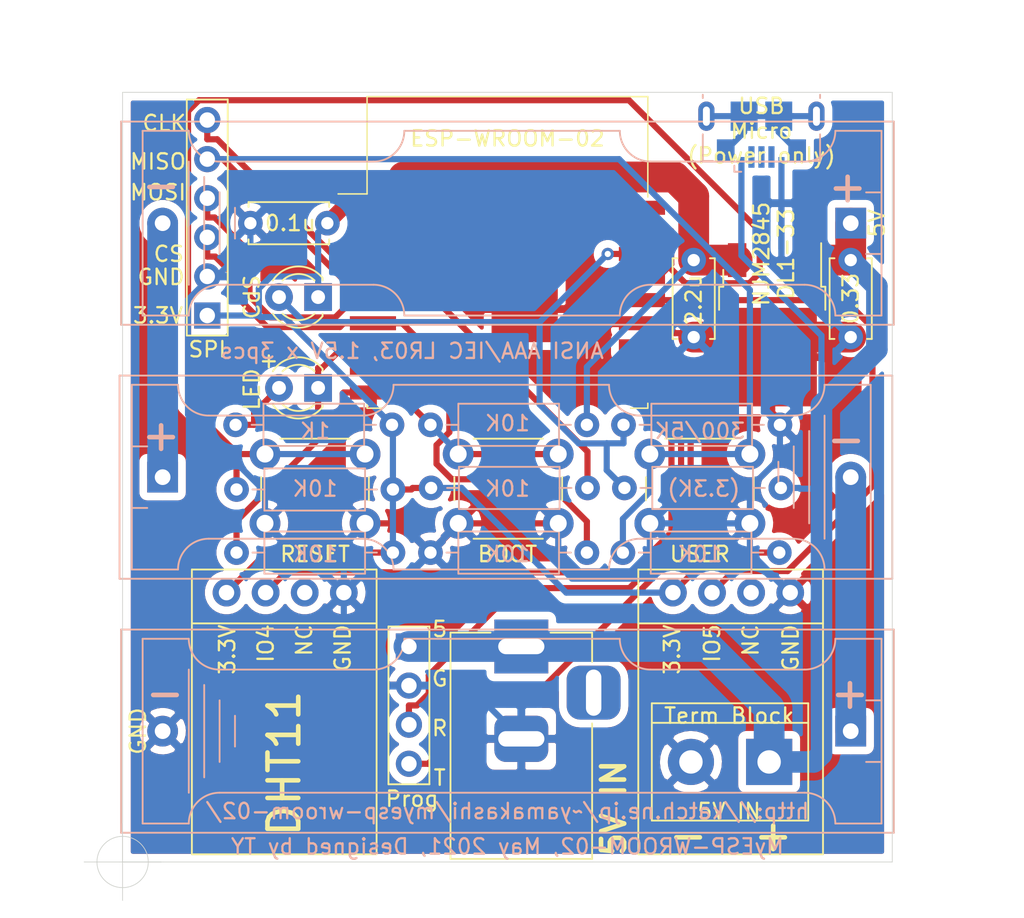
<source format=kicad_pcb>
(kicad_pcb (version 20171130) (host pcbnew "(5.1.5)-3")
  (layers (0 F.Cu signal) (31 B.Cu signal) (34 B.Paste user) (35 F.Paste user) (36 B.SilkS user) (37 F.SilkS user) (38 B.Mask user) (39 F.Mask user) (44 Edge.Cuts user))
  (net 0 "")
  (net 1 +5V)
  (net 2 "Net-(BT1-Pad2)")
  (net 3 "Net-(BT2-Pad2)")
  (net 4 -BATT)
  (net 5 +3V3)
  (net 6 IO2)
  (net 7 "Net-(D2-Pad2)")
  (net 8 "Net-(J2-Pad6)")
  (net 9 TXD)
  (net 10 RXD)
  (net 11 ADC)
  (net 12 IO15)
  (net 13 IO13)
  (net 14 IO12)
  (net 15 IO14)
  (net 16 IO16)
  (net 17 "Net-(R4-Pad1)")
  (net 18 BOOT)
  (net 19 IO4)
  (net 20 IO5)
  (module Battery:BatteryHolder_Keystone_2466_1xAAA (layer B.Cu) (at 77.3 71.5 180)
    (fp_text reference BT3 hide)
    (fp_text value "ANSI AAA/IEC LR03")
    (pad 1 thru_hole rect (at 0 0 180) (size 2 2) (drill 1.02) (layers *.Cu *.Mask) (net 3 "Net-(BT2-Pad2)"))
    (pad 2 thru_hole circle (at 44.7 0 180) (size 2 2) (drill 1.02) (layers *.Cu *.Mask) (net 4 -BATT))
  )
  (module Connector_PinSocket_2.54mm:PinSocket_1x06_P2.54mm_Vertical (layer F.Cu) (at 35.5 44.5 180)
    (fp_text reference J6 hide)
    (fp_text value Conn_SPI)
    (pad 1 thru_hole rect (at 0 0 180) (size 1.7 1.7) (drill 1) (layers *.Cu *.Mask) (net 5 +3V3))
    (pad 2 thru_hole oval (at 0 2.54 180) (size 1.7 1.7) (drill 1) (layers *.Cu *.Mask) (net 4 -BATT))
    (pad 3 thru_hole oval (at 0 5.08 180) (size 1.7 1.7) (drill 1) (layers *.Cu *.Mask) (net 12 IO15))
    (pad 4 thru_hole oval (at 0 7.62 180) (size 1.7 1.7) (drill 1) (layers *.Cu *.Mask) (net 13 IO13))
    (pad 5 thru_hole oval (at 0 10.16 180) (size 1.7 1.7) (drill 1) (layers *.Cu *.Mask) (net 14 IO12))
    (pad 6 thru_hole oval (at 0 12.7 180) (size 1.7 1.7) (drill 1) (layers *.Cu *.Mask) (net 15 IO14))
  )
  (module Connector_BarrelJack:BarrelJack_Horizontal (layer F.Cu) (at 55.9 66 90)
    (fp_text reference J1 hide)
    (fp_text value Jack-DC)
    (pad 1 thru_hole rect (at 0 0 90) (size 3.5 3.5) (drill oval 1 3) (layers *.Cu *.Mask) (net 1 +5V))
    (pad 2 thru_hole roundrect (at -6 0 90) (size 3 3.5) (drill oval 1 3) (layers *.Cu *.Mask) (net 4 -BATT))
    (pad 3 thru_hole roundrect (at -3 4.7 90) (size 3.5 3.5) (drill oval 3 1) (layers *.Cu *.Mask))
  )
  (module Connector_PinSocket_2.54mm:PinSocket_1x04_P2.54mm_Vertical (layer F.Cu) (at 48.6 66)
    (fp_text reference J4 hide)
    (fp_text value Conn_Prog)
    (pad 4 thru_hole oval (at 0 7.62) (size 1.7 1.7) (drill 1) (layers *.Cu *.Mask) (net 9 TXD))
    (pad 3 thru_hole oval (at 0 5.08) (size 1.7 1.7) (drill 1) (layers *.Cu *.Mask) (net 10 RXD))
    (pad 2 thru_hole oval (at 0 2.54) (size 1.7 1.7) (drill 1) (layers *.Cu *.Mask) (net 4 -BATT))
    (pad 1 thru_hole rect (at 0 0) (size 1.7 1.7) (drill 1) (layers *.Cu *.Mask) (net 1 +5V))
  )
  (module Button_Switch_THT:SW_PUSH_6mm (layer F.Cu) (at 51.8 53.5)
    (fp_text reference SW2 hide)
    (fp_text value SW_Push)
    (pad 1 thru_hole circle (at 6.5 0 90) (size 2 2) (drill 1.1) (layers *.Cu *.Mask) (net 18 BOOT))
    (pad 2 thru_hole circle (at 6.5 4.5 90) (size 2 2) (drill 1.1) (layers *.Cu *.Mask) (net 4 -BATT))
    (pad 1 thru_hole circle (at 0 0 90) (size 2 2) (drill 1.1) (layers *.Cu *.Mask) (net 18 BOOT))
    (pad 2 thru_hole circle (at 0 4.5 90) (size 2 2) (drill 1.1) (layers *.Cu *.Mask) (net 4 -BATT))
  )
  (module Connector_PinSocket_2.54mm:PinSocket_1x04_P2.54mm_Vertical (layer F.Cu) (at 36.75 62.5 90)
    (fp_text reference J7 hide)
    (fp_text value Conn_DHT11_1)
    (pad 4 thru_hole circle (at 0 7.62 90) (size 1.8 1.8) (drill 1) (layers *.Cu *.Mask) (net 4 -BATT))
    (pad 3 thru_hole circle (at 0 5.08 90) (size 1.8 1.8) (drill 1) (layers *.Cu *.Mask))
    (pad 2 thru_hole circle (at 0 2.54 90) (size 1.8 1.8) (drill 1) (layers *.Cu *.Mask) (net 19 IO4))
    (pad 1 thru_hole circle (at 0 0 90) (size 1.8 1.8) (drill 1) (layers *.Cu *.Mask) (net 5 +3V3))
  )
  (module Connector_PinSocket_2.54mm:PinSocket_1x04_P2.54mm_Vertical (layer F.Cu) (at 65.75 62.5 90)
    (fp_text reference J8 hide)
    (fp_text value Conn_DHT11_2)
    (pad 1 thru_hole circle (at 0 0 90) (size 1.8 1.8) (drill 1) (layers *.Cu *.Mask) (net 5 +3V3))
    (pad 2 thru_hole circle (at 0 2.54 90) (size 1.8 1.8) (drill 1) (layers *.Cu *.Mask) (net 20 IO5))
    (pad 3 thru_hole circle (at 0 5.08 90) (size 1.8 1.8) (drill 1) (layers *.Cu *.Mask))
    (pad 4 thru_hole circle (at 0 7.62 90) (size 1.8 1.8) (drill 1) (layers *.Cu *.Mask) (net 4 -BATT))
  )
  (module Battery:BatteryHolder_Keystone_2466_1xAAA (layer B.Cu) (at 77.3 38.5 180)
    (fp_text reference BT1 hide)
    (fp_text value "ANSI AAA/IEC LR03")
    (pad 1 thru_hole rect (at 0 0 180) (size 2 2) (drill 1.02) (layers *.Cu *.Mask) (net 1 +5V))
    (pad 2 thru_hole circle (at 44.7 0 180) (size 2 2) (drill 1.02) (layers *.Cu *.Mask) (net 2 "Net-(BT1-Pad2)"))
  )
  (module Battery:BatteryHolder_Keystone_2466_1xAAA (layer B.Cu) (at 32.6 55)
    (fp_text reference BT2 hide)
    (fp_text value "ANSI AAA/IEC LR03")
    (pad 2 thru_hole circle (at 44.7 0) (size 2 2) (drill 1.02) (layers *.Cu *.Mask) (net 3 "Net-(BT2-Pad2)"))
    (pad 1 thru_hole rect (at 0 0) (size 2 2) (drill 1.02) (layers *.Cu *.Mask) (net 2 "Net-(BT1-Pad2)"))
  )
  (module Capacitor_THT:C_Disc_D5.0mm_W2.5mm_P5.00mm (layer F.Cu) (at 77.3 40.9 270)
    (fp_text reference C1 hide)
    (fp_text value 0.33uF)
    (pad 1 thru_hole circle (at 0 0 270) (size 1.6 1.6) (drill 0.8) (layers *.Cu *.Mask) (net 1 +5V))
    (pad 2 thru_hole circle (at 5 0 270) (size 1.6 1.6) (drill 0.8) (layers *.Cu *.Mask) (net 4 -BATT))
  )
  (module Capacitor_THT:C_Disc_D5.0mm_W2.5mm_P5.00mm (layer F.Cu) (at 67.1 40.9 270)
    (fp_text reference C2 hide)
    (fp_text value 2.2uF)
    (pad 2 thru_hole circle (at 5 0 270) (size 1.6 1.6) (drill 0.8) (layers *.Cu *.Mask) (net 4 -BATT))
    (pad 1 thru_hole circle (at 0 0 270) (size 1.6 1.6) (drill 0.8) (layers *.Cu *.Mask) (net 5 +3V3))
  )
  (module Capacitor_THT:C_Disc_D5.0mm_W2.5mm_P5.00mm (layer F.Cu) (at 43.3 38.5 180)
    (fp_text reference C3 hide)
    (fp_text value 0.1uF)
    (pad 1 thru_hole circle (at 0 0 180) (size 1.6 1.6) (drill 0.8) (layers *.Cu *.Mask) (net 5 +3V3))
    (pad 2 thru_hole circle (at 5 0 180) (size 1.6 1.6) (drill 0.8) (layers *.Cu *.Mask) (net 4 -BATT))
  )
  (module LED_THT:LED_D3.0mm (layer F.Cu) (at 42.7 49.2 180)
    (fp_text reference D2 hide)
    (fp_text value LED)
    (pad 1 thru_hole rect (at 0 0 180) (size 1.8 1.8) (drill 0.9) (layers *.Cu *.Mask) (net 6 IO2))
    (pad 2 thru_hole circle (at 2.54 0 180) (size 1.8 1.8) (drill 0.9) (layers *.Cu *.Mask) (net 7 "Net-(D2-Pad2)"))
  )
  (module Connector_USB:USB_Micro-B_GCT_USB3076-30-A (layer B.Cu) (at 71.5 32.75)
    (fp_text reference J2 hide)
    (fp_text value USB_B_Micro)
    (pad 6 smd rect (at 1.125 -1.2) (size 1.75 1.9) (layers B.Cu B.Paste B.Mask) (net 8 "Net-(J2-Pad6)"))
    (pad 2 smd rect (at -0.65 1.45) (size 0.4 1.4) (layers B.Cu B.Paste B.Mask))
    (pad 1 smd rect (at -1.3 4.45) (size 0.4 6) (layers B.Cu B.Paste B.Mask) (net 1 +5V))
    (pad 5 smd rect (at 1.3 4.45) (size 0.4 6) (layers B.Cu B.Paste B.Mask) (net 4 -BATT))
    (pad 4 smd rect (at 0.65 1.45) (size 0.4 1.4) (layers B.Cu B.Paste B.Mask))
    (pad 3 smd rect (at 0 1.45) (size 0.4 1.4) (layers B.Cu B.Paste B.Mask))
    (pad 6 smd rect (at -1.125 -1.2) (size 1.75 1.9) (layers B.Cu B.Paste B.Mask) (net 8 "Net-(J2-Pad6)"))
    (pad 6 thru_hole oval (at -3.575 -1.2 180) (size 1.05 1.9) (drill oval 0.45 1.25) (layers *.Cu *.Mask) (net 8 "Net-(J2-Pad6)"))
    (pad 6 thru_hole oval (at 3.575 -1.2) (size 1.05 1.9) (drill oval 0.45 1.25) (layers *.Cu *.Mask) (net 8 "Net-(J2-Pad6)"))
    (pad 6 smd rect (at 2.32 1.03) (size 1.15 1.45) (layers B.Cu B.Paste B.Mask) (net 8 "Net-(J2-Pad6)"))
    (pad 6 smd rect (at -2.32 1.03) (size 1.15 1.45) (layers B.Cu B.Paste B.Mask) (net 8 "Net-(J2-Pad6)"))
  )
  (module TerminalBlock:TerminalBlock_bornier-2_P5.08mm (layer F.Cu) (at 72 73.5 180)
    (fp_text reference J3 hide)
    (fp_text value Screw_Terminal_Vin)
    (pad 1 thru_hole rect (at 0 0 180) (size 3 3) (drill 1.52) (layers *.Cu *.Mask) (net 1 +5V))
    (pad 2 thru_hole circle (at 5.08 0 180) (size 3 3) (drill 1.52) (layers *.Cu *.Mask) (net 4 -BATT))
  )
  (module Resistor_THT:R_Axial_DIN0207_L6.3mm_D2.5mm_P10.16mm_Horizontal (layer B.Cu) (at 62.6 55.7)
    (fp_text reference R1 hide)
    (fp_text value 3.3K)
    (pad 2 thru_hole oval (at 10.16 0) (size 1.6 1.6) (drill 0.8) (layers *.Cu *.Mask) (net 1 +5V))
    (pad 1 thru_hole circle (at 0 0) (size 1.6 1.6) (drill 0.8) (layers *.Cu *.Mask) (net 11 ADC))
  )
  (module Resistor_THT:R_Axial_DIN0207_L6.3mm_D2.5mm_P10.16mm_Horizontal (layer B.Cu) (at 72.7 51.6 180)
    (fp_text reference R2 hide)
    (fp_text value 300/5K)
    (pad 1 thru_hole circle (at 0 0 180) (size 1.6 1.6) (drill 0.8) (layers *.Cu *.Mask) (net 4 -BATT))
    (pad 2 thru_hole oval (at 10.16 0 180) (size 1.6 1.6) (drill 0.8) (layers *.Cu *.Mask) (net 11 ADC))
  )
  (module Resistor_THT:R_Axial_DIN0207_L6.3mm_D2.5mm_P10.16mm_Horizontal (layer B.Cu) (at 60.2 55.7 180)
    (fp_text reference R4 hide)
    (fp_text value 10K)
    (pad 1 thru_hole circle (at 0 0 180) (size 1.6 1.6) (drill 0.8) (layers *.Cu *.Mask) (net 17 "Net-(R4-Pad1)"))
    (pad 2 thru_hole oval (at 10.16 0 180) (size 1.6 1.6) (drill 0.8) (layers *.Cu *.Mask) (net 5 +3V3))
  )
  (module Resistor_THT:R_Axial_DIN0207_L6.3mm_D2.5mm_P10.16mm_Horizontal (layer B.Cu) (at 37.4 59.9)
    (fp_text reference R7 hide)
    (fp_text value 10K)
    (pad 1 thru_hole circle (at 0 0) (size 1.6 1.6) (drill 0.8) (layers *.Cu *.Mask) (net 6 IO2))
    (pad 2 thru_hole oval (at 10.16 0) (size 1.6 1.6) (drill 0.8) (layers *.Cu *.Mask) (net 5 +3V3))
  )
  (module Resistor_THT:R_Axial_DIN0207_L6.3mm_D2.5mm_P10.16mm_Horizontal (layer B.Cu) (at 50 59.9)
    (fp_text reference R8 hide)
    (fp_text value 10K)
    (pad 1 thru_hole circle (at 0 0) (size 1.6 1.6) (drill 0.8) (layers *.Cu *.Mask) (net 4 -BATT))
    (pad 2 thru_hole oval (at 10.16 0) (size 1.6 1.6) (drill 0.8) (layers *.Cu *.Mask) (net 12 IO15))
  )
  (module Resistor_THT:R_Axial_DIN0207_L6.3mm_D2.5mm_P10.16mm_Horizontal (layer B.Cu) (at 47.5 51.6 180)
    (fp_text reference R9 hide)
    (fp_text value 1K)
    (pad 2 thru_hole oval (at 10.16 0 180) (size 1.6 1.6) (drill 0.8) (layers *.Cu *.Mask) (net 7 "Net-(D2-Pad2)"))
    (pad 1 thru_hole circle (at 0 0 180) (size 1.6 1.6) (drill 0.8) (layers *.Cu *.Mask) (net 5 +3V3))
  )
  (module Resistor_THT:R_Axial_DIN0207_L6.3mm_D2.5mm_P10.16mm_Horizontal (layer B.Cu) (at 37.4 55.8)
    (fp_text reference R10 hide)
    (fp_text value 10K)
    (pad 2 thru_hole oval (at 10.16 0) (size 1.6 1.6) (drill 0.8) (layers *.Cu *.Mask) (net 5 +3V3))
    (pad 1 thru_hole circle (at 0 0) (size 1.6 1.6) (drill 0.8) (layers *.Cu *.Mask) (net 16 IO16))
  )
  (module Resistor_THT:R_Axial_DIN0207_L6.3mm_D2.5mm_P10.16mm_Horizontal (layer B.Cu) (at 50 51.6)
    (fp_text reference R12 hide)
    (fp_text value 10K)
    (pad 2 thru_hole oval (at 10.16 0) (size 1.6 1.6) (drill 0.8) (layers *.Cu *.Mask) (net 5 +3V3))
    (pad 1 thru_hole circle (at 0 0) (size 1.6 1.6) (drill 0.8) (layers *.Cu *.Mask) (net 18 BOOT))
  )
  (module Resistor_THT:R_Axial_DIN0207_L6.3mm_D2.5mm_P10.16mm_Horizontal (layer B.Cu) (at 62.5 59.9)
    (fp_text reference R14 hide)
    (fp_text value 10K)
    (pad 1 thru_hole circle (at 0 0) (size 1.6 1.6) (drill 0.8) (layers *.Cu *.Mask) (net 14 IO12))
    (pad 2 thru_hole oval (at 10.16 0) (size 1.6 1.6) (drill 0.8) (layers *.Cu *.Mask) (net 5 +3V3))
  )
  (module Button_Switch_THT:SW_PUSH_6mm (layer F.Cu) (at 39.25 53.5)
    (fp_text reference SW1 hide)
    (fp_text value SW_Push)
    (pad 2 thru_hole circle (at 0 4.5 90) (size 2 2) (drill 1.1) (layers *.Cu *.Mask) (net 4 -BATT))
    (pad 1 thru_hole circle (at 0 0 90) (size 2 2) (drill 1.1) (layers *.Cu *.Mask) (net 16 IO16))
    (pad 2 thru_hole circle (at 6.5 4.5 90) (size 2 2) (drill 1.1) (layers *.Cu *.Mask) (net 4 -BATT))
    (pad 1 thru_hole circle (at 6.5 0 90) (size 2 2) (drill 1.1) (layers *.Cu *.Mask) (net 16 IO16))
  )
  (module Button_Switch_THT:SW_PUSH_6mm (layer F.Cu) (at 64.25 53.5)
    (fp_text reference SW3 hide)
    (fp_text value SW_Push)
    (pad 2 thru_hole circle (at 0 4.5 90) (size 2 2) (drill 1.1) (layers *.Cu *.Mask) (net 4 -BATT))
    (pad 1 thru_hole circle (at 0 0 90) (size 2 2) (drill 1.1) (layers *.Cu *.Mask) (net 14 IO12))
    (pad 2 thru_hole circle (at 6.5 4.5 90) (size 2 2) (drill 1.1) (layers *.Cu *.Mask) (net 4 -BATT))
    (pad 1 thru_hole circle (at 6.5 0 90) (size 2 2) (drill 1.1) (layers *.Cu *.Mask) (net 14 IO12))
  )
  (module Package_TO_SOT_SMD:TO-252-2 (layer F.Cu) (at 72.2 45.1 270)
    (fp_text reference U1 hide)
    (fp_text value NJM2845DL1-33)
    (pad 1 smd rect (at -4.2 -2.28 270) (size 2.2 1.2) (layers F.Cu F.Paste F.Mask) (net 1 +5V))
    (pad 3 smd rect (at -4.2 2.28 270) (size 2.2 1.2) (layers F.Cu F.Paste F.Mask) (net 5 +3V3))
    (pad 2 smd rect (at 2.1 0 270) (size 6.4 5.8) (layers F.Cu F.Mask) (net 4 -BATT))
  )
  (module RF_Module:ESP-WROOM-02 (layer F.Cu) (at 55 43.5)
    (fp_text reference U2 hide)
    (fp_text value ESP-WROOM-02)
    (pad 18 smd rect (at 8.7375 -6) (size 3 0.9125) (layers F.Cu F.Paste F.Mask) (net 4 -BATT))
    (pad 17 smd rect (at 8.7375 -4.5) (size 3 0.9125) (layers F.Cu F.Paste F.Mask) (net 16 IO16))
    (pad 16 smd rect (at 8.7375 -3) (size 3 0.9125) (layers F.Cu F.Paste F.Mask) (net 11 ADC))
    (pad 15 smd rect (at 8.7375 -1.5) (size 3 0.9125) (layers F.Cu F.Paste F.Mask) (net 16 IO16))
    (pad 14 smd rect (at 8.7375 0) (size 3 0.9125) (layers F.Cu F.Paste F.Mask) (net 20 IO5))
    (pad 13 smd rect (at 8.7375 1.5) (size 3 0.9125) (layers F.Cu F.Paste F.Mask) (net 4 -BATT))
    (pad 12 smd rect (at 8.7375 3) (size 3 0.9125) (layers F.Cu F.Paste F.Mask) (net 9 TXD))
    (pad 11 smd rect (at 8.7375 4.5) (size 3 0.9125) (layers F.Cu F.Paste F.Mask) (net 10 RXD))
    (pad 10 smd rect (at 8.7375 6) (size 3 0.9125) (layers F.Cu F.Paste F.Mask) (net 19 IO4))
    (pad 9 smd rect (at -8.7375 6) (size 3 0.9125) (layers F.Cu F.Paste F.Mask) (net 4 -BATT))
    (pad 8 smd rect (at -8.7375 4.5) (size 3 0.9125) (layers F.Cu F.Paste F.Mask) (net 18 BOOT))
    (pad 7 smd rect (at -8.7375 3) (size 3 0.9125) (layers F.Cu F.Paste F.Mask) (net 6 IO2))
    (pad 6 smd rect (at -8.7375 1.5) (size 3 0.9125) (layers F.Cu F.Paste F.Mask) (net 12 IO15))
    (pad 5 smd rect (at -8.7375 0) (size 3 0.9125) (layers F.Cu F.Paste F.Mask) (net 13 IO13))
    (pad 4 smd rect (at -8.7375 -1.5) (size 3 0.9125) (layers F.Cu F.Paste F.Mask) (net 14 IO12))
    (pad 3 smd rect (at -8.7375 -3) (size 3 0.9125) (layers F.Cu F.Paste F.Mask) (net 15 IO14))
    (pad 2 smd rect (at -8.7375 -4.5) (size 3 0.9125) (layers F.Cu F.Paste F.Mask) (net 17 "Net-(R4-Pad1)"))
    (pad 1 smd rect (at -8.7375 -6) (size 3 0.9125) (layers F.Cu F.Paste F.Mask) (net 5 +3V3))
    (pad 19 smd rect (at 1.12 0.58) (size 4.3 4.3) (layers F.Cu F.Paste F.Mask) (net 4 -BATT))
  )
  (module LED_THT:LED_D3.0mm (layer F.Cu) (at 42.7 43.3 180)
    (fp_text reference R5 hide)
    (fp_text value R_PHOTO)
    (pad 1 thru_hole rect (at 0 0 180) (size 1.8 1.8) (drill 0.9) (layers *.Cu *.Mask) (net 5 +3V3))
    (pad 2 thru_hole circle (at 2.54 0 180) (size 1.8 1.8) (drill 0.9) (layers *.Cu *.Mask) (net 11 ADC))
  )
  (gr_text "5V IN" (at 69.4 76.7) (layer F.SilkS) (effects (font (size 1 1))))
  (gr_text "Term Block" (at 69.4 70.5) (layer F.SilkS) (effects (font (size 1 1))))
  (gr_text http://katch.ne.jp/~~yamakashi/myesp-wroom-02/ (at 55 76.7) (layer B.SilkS) (effects (font (size 1 1)) (justify mirror)))
  (gr_text "MyESP-WROOM-02, May 2021, Designed by TY" (at 55 79) (layer B.SilkS) (effects (font (size 1 1)) (justify mirror)))
  (gr_text SPI (at 35.5 46.7) (layer F.SilkS) (effects (font (size 1 1))))
  (gr_text Prog (at 48.8 75.9) (layer F.SilkS) (effects (font (size 1 1))))
  (gr_text "ANSI AAA/IEC LR03, 1.5V x 3pcs" (at 48.8 46.8) (layer B.SilkS) (effects (font (size 1 1)) (justify mirror)))
  (gr_text CLK (at 32.7 32) (layer F.SilkS) (effects (font (size 1 1))))
  (gr_text MISO (at 32.3 34.5) (layer F.SilkS) (effects (font (size 1 1))))
  (gr_text MOSI (at 32.3 36.5) (layer F.SilkS) (effects (font (size 1 1))))
  (gr_text CS (at 33 40.5) (layer F.SilkS) (effects (font (size 1 1))))
  (gr_text GND (at 32.5 42) (layer F.SilkS) (effects (font (size 1 1))))
  (gr_text 3.3V (at 32.3 44.5) (layer F.SilkS) (effects (font (size 1 1))))
  (gr_text + (at 39.5 47.4) (layer F.SilkS) (effects (font (size 1 1))))
  (gr_text "NJM2845\nDL1-33" (at 72.3 40.5 90) (layer F.SilkS) (effects (font (size 1 1))))
  (gr_text ESP-WROOM-02 (at 55 33) (layer F.SilkS) (effects (font (size 1 1))))
  (gr_text 300/5K (at 67.5 52) (layer B.SilkS) (effects (font (size 1 1)) (justify mirror)))
  (gr_text 10K (at 67.5 60) (layer B.SilkS) (effects (font (size 1 1)) (justify mirror)))
  (gr_text 10K (at 55 60) (layer B.SilkS) (effects (font (size 1 1)) (justify mirror)))
  (gr_text 10K (at 55 51.5) (layer B.SilkS) (effects (font (size 1 1)) (justify mirror)))
  (gr_text 1K (at 42.5 52) (layer B.SilkS) (effects (font (size 1 1)) (justify mirror)))
  (gr_text 10K (at 42.5 60) (layer B.SilkS) (effects (font (size 1 1)) (justify mirror)))
  (gr_text GND (at 31 71.5 90) (layer F.SilkS) (effects (font (size 1 1))))
  (gr_text 5V (at 79 38.5 90) (layer F.SilkS) (effects (font (size 1 1))))
  (gr_text - (at 32.5 36) (layer B.SilkS) (effects (font (size 2 2) (thickness 0.3)) (justify mirror)))
  (gr_text - (at 77 52.5) (layer B.SilkS) (effects (font (size 2 2) (thickness 0.3)) (justify mirror)))
  (gr_text "5\n\nG\n\nR\n\nT" (at 50.6 69.7) (layer F.SilkS) (effects (font (size 1 1))))
  (gr_text "USB\nMicro\n(Power only)" (at 71.5 32.5) (layer F.SilkS) (effects (font (size 1 1))))
  (gr_text CdS (at 38.4 43.3 90) (layer F.SilkS) (effects (font (size 1 1))))
  (gr_text LED (at 38.4 49.3 90) (layer F.SilkS) (effects (font (size 1 1))))
  (gr_text 0.1u (at 40.9 38.5) (layer F.SilkS) (effects (font (size 1 1))))
  (gr_text 0.33 (at 77.3 43.4 90) (layer F.SilkS) (effects (font (size 1 1))))
  (gr_text 2.2u (at 67.1 43.5 90) (layer F.SilkS) (effects (font (size 1 1))))
  (target plus (at 30 80) (size 5) (width 0.05) (layer Edge.Cuts))
  (gr_text GND (at 44.3 66.1 90) (layer F.SilkS) (effects (font (size 1 1))))
  (gr_text NC (at 41.8 65.6 90) (layer F.SilkS) (effects (font (size 1 1))))
  (gr_text 3.3V (at 36.8 66.2 90) (layer F.SilkS) (effects (font (size 1 1))))
  (gr_text GND (at 73.4 66.1 90) (layer F.SilkS) (effects (font (size 1 1))))
  (gr_text NC (at 70.8 65.6 90) (layer F.SilkS) (effects (font (size 1 1))))
  (gr_text IO5 (at 68.3 65.8 90) (layer F.SilkS) (effects (font (size 1 1))))
  (gr_text 3.3V (at 65.7 66.2 90) (layer F.SilkS) (effects (font (size 1 1))))
  (gr_line (start 75.5 64.5) (end 63.5 64.5) (layer F.SilkS) (width 0.12))
  (gr_line (start 46.5 64.5) (end 34.5 64.5) (layer F.SilkS) (width 0.12))
  (gr_text IO4 (at 39.3 65.8 90) (layer F.SilkS) (effects (font (size 1 1))))
  (gr_text + (at 77.25 69) (layer B.SilkS) (effects (font (size 2 2) (thickness 0.3)) (justify mirror)))
  (gr_text + (at 32.5 52.25) (layer B.SilkS) (effects (font (size 2 2) (thickness 0.3)) (justify mirror)))
  (gr_text "5V IN" (at 61.9 76.5 90) (layer F.SilkS) (effects (font (size 1.5 1.5) (thickness 0.3))))
  (gr_line (start 75.5 61) (end 75.5 64.5) (layer F.SilkS) (width 0.12))
  (gr_line (start 63.5 61) (end 75.5 61) (layer F.SilkS) (width 0.12))
  (gr_line (start 63.5 64.5) (end 63.5 61) (layer F.SilkS) (width 0.12))
  (gr_line (start 46.5 61) (end 46.5 64.5) (layer F.SilkS) (width 0.12))
  (gr_line (start 34.5 61) (end 46.5 61) (layer F.SilkS) (width 0.12))
  (gr_line (start 34.5 64.5) (end 34.5 61) (layer F.SilkS) (width 0.12))
  (gr_text "-  +" (at 69.5 78.25) (layer F.SilkS) (effects (font (size 2 2) (thickness 0.3))))
  (gr_text USER (at 67.5 60) (layer F.SilkS) (effects (font (size 1 1))))
  (gr_text BOOT (at 55 60) (layer F.SilkS) (effects (font (size 1 1))))
  (gr_text RESET (at 42.5 60) (layer F.SilkS) (effects (font (size 1 1))))
  (gr_text "(3.3K)" (at 67.75 55.75) (layer B.SilkS) (effects (font (size 1 1)) (justify mirror)))
  (gr_text 10K (at 55 55.75) (layer B.SilkS) (effects (font (size 1 1)) (justify mirror)))
  (gr_text 10K (at 42.5 55.75) (layer B.SilkS) (effects (font (size 1 1)) (justify mirror)))
  (gr_text DHT11 (at 40.5 73.6 90) (layer F.SilkS) (effects (font (size 2 2) (thickness 0.3))))
  (gr_line (start 75.5 79.5) (end 75.5 64.5) (layer F.SilkS) (width 0.12))
  (gr_line (start 63.5 79.5) (end 75.5 79.5) (layer F.SilkS) (width 0.12))
  (gr_line (start 63.5 64.5) (end 63.5 79.5) (layer F.SilkS) (width 0.12))
  (gr_line (start 46.5 79.5) (end 46.5 64.5) (layer F.SilkS) (width 0.12))
  (gr_line (start 34.5 79.5) (end 46.5 79.5) (layer F.SilkS) (width 0.12))
  (gr_line (start 34.5 64.5) (end 34.5 79.5) (layer F.SilkS) (width 0.12))
  (gr_text - (at 32.75 69) (layer B.SilkS) (effects (font (size 2 2) (thickness 0.3)) (justify mirror)))
  (gr_text + (at 77.1 36.1) (layer B.SilkS) (effects (font (size 2 2) (thickness 0.3)) (justify mirror)))
  (gr_line (start 80 30) (end 30 30) (layer Edge.Cuts) (width 0.05))
  (gr_line (start 80 80) (end 80 30) (layer Edge.Cuts) (width 0.05))
  (gr_line (start 30 80) (end 80 80) (layer Edge.Cuts) (width 0.05))
  (gr_line (start 30 30) (end 30 80) (layer Edge.Cuts) (width 0.05))
  (segment (start 76.1999 49.5161) (end 79 46.716) (width 1.4) (layer B.Cu) (net 1))
  (segment (start 79 46.716) (end 79 42.6) (width 1.4) (layer B.Cu) (net 1))
  (segment (start 79 42.6) (end 77.3 40.9) (width 1.4) (layer B.Cu) (net 1))
  (segment (start 75.4 55.75) (end 75.4 50.316) (width 1.4) (layer B.Cu) (net 1))
  (segment (start 75.4 50.316) (end 76.1999 49.5161) (width 1.4) (layer B.Cu) (net 1))
  (segment (start 72.76 55.7) (end 73.9603 55.7) (width 0.4) (layer B.Cu) (net 1))
  (segment (start 75.4 55.75) (end 74.0103 55.75) (width 0.4) (layer B.Cu) (net 1))
  (segment (start 74.0103 55.75) (end 73.9603 55.7) (width 0.4) (layer B.Cu) (net 1))
  (segment (start 72 73.5) (end 74.9 73.5) (width 1.4) (layer B.Cu) (net 1))
  (segment (start 74.9 73.5) (end 75.4 73) (width 1.4) (layer B.Cu) (net 1))
  (segment (start 75.4 73) (end 75.4 55.75) (width 1.4) (layer B.Cu) (net 1))
  (segment (start 77.3 40.9) (end 74.48 40.9) (width 2) (layer F.Cu) (net 1))
  (segment (start 77.3 38.5) (end 77.3 40.9) (width 2) (layer F.Cu) (net 1))
  (segment (start 55.9 66) (end 48.6 66) (width 2) (layer B.Cu) (net 1))
  (segment (start 72 73.5) (end 72 70) (width 2) (layer B.Cu) (net 1))
  (segment (start 72 70) (end 68 66) (width 2) (layer B.Cu) (net 1))
  (segment (start 68 66) (end 55.9 66) (width 2) (layer B.Cu) (net 1))
  (segment (start 75.4 45.8) (end 75.4 50.316) (width 0.4) (layer B.Cu) (net 1))
  (segment (start 70.2 40.6) (end 75.4 45.8) (width 0.4) (layer B.Cu) (net 1))
  (segment (start 70.2 37.2) (end 70.2 40.6) (width 0.4) (layer B.Cu) (net 1))
  (segment (start 32.6 38.5) (end 32.6 55) (width 2) (layer B.Cu) (net 2))
  (segment (start 77.3 55) (end 77.3 71.5) (width 2) (layer B.Cu) (net 3))
  (segment (start 72.2 47.2) (end 72.2 50.8003) (width 0.4) (layer F.Cu) (net 4))
  (segment (start 72.2 50.8003) (end 72.7 51.3003) (width 0.4) (layer F.Cu) (net 4))
  (segment (start 72.7 51.3003) (end 72.7 51.6) (width 0.4) (layer F.Cu) (net 4))
  (segment (start 69 45.9) (end 70.9 45.9) (width 2) (layer F.Cu) (net 4))
  (segment (start 70.9 45.9) (end 72.2 47.2) (width 2) (layer F.Cu) (net 4))
  (segment (start 63.7375 45) (end 65.6378 45) (width 0.4) (layer F.Cu) (net 4))
  (segment (start 69 45.9) (end 68.7433 45.6433) (width 0.4) (layer F.Cu) (net 4))
  (segment (start 68.7433 45.6433) (end 65.879 45.6433) (width 0.4) (layer F.Cu) (net 4))
  (segment (start 65.879 45.6433) (end 65.6378 45.4021) (width 0.4) (layer F.Cu) (net 4))
  (segment (start 65.6378 45.4021) (end 65.6378 45) (width 0.4) (layer F.Cu) (net 4))
  (segment (start 67.1 45.9) (end 69 45.9) (width 2) (layer F.Cu) (net 4))
  (segment (start 63.7375 37.5) (end 61.8372 37.5) (width 0.4) (layer F.Cu) (net 4))
  (segment (start 56.674 44.08) (end 56.674 42.6632) (width 0.4) (layer F.Cu) (net 4))
  (segment (start 56.674 42.6632) (end 61.8372 37.5) (width 0.4) (layer F.Cu) (net 4))
  (segment (start 56.674 44.08) (end 58.6703 44.08) (width 0.4) (layer F.Cu) (net 4))
  (segment (start 56.12 44.08) (end 56.674 44.08) (width 0.4) (layer F.Cu) (net 4))
  (segment (start 63.7375 45) (end 59.5903 45) (width 0.4) (layer F.Cu) (net 4))
  (segment (start 59.5903 45) (end 58.6703 44.08) (width 0.4) (layer F.Cu) (net 4))
  (segment (start 55.9 72) (end 65.42 72) (width 0.4) (layer F.Cu) (net 4))
  (segment (start 65.42 72) (end 66.92 73.5) (width 0.4) (layer F.Cu) (net 4))
  (segment (start 39.25 58) (end 39.25 55.9321) (width 0.4) (layer B.Cu) (net 4))
  (segment (start 39.25 55.9321) (end 34.2496 50.9317) (width 0.4) (layer B.Cu) (net 4))
  (segment (start 34.2496 50.9317) (end 34.2496 43.4693) (width 0.4) (layer B.Cu) (net 4))
  (segment (start 34.2496 43.4693) (end 35.1338 42.5851) (width 0.4) (layer B.Cu) (net 4))
  (segment (start 35.1338 42.5851) (end 35.5 42.5851) (width 0.4) (layer B.Cu) (net 4))
  (segment (start 35.5 42.5851) (end 38.3 39.7851) (width 0.4) (layer B.Cu) (net 4))
  (segment (start 38.3 39.7851) (end 38.3 38.5) (width 0.4) (layer B.Cu) (net 4))
  (segment (start 35.5 41.96) (end 35.5 42.5851) (width 0.4) (layer B.Cu) (net 4))
  (segment (start 50 59.9) (end 48.1 58) (width 0.4) (layer F.Cu) (net 4))
  (segment (start 48.1 58) (end 45.75 58) (width 0.4) (layer F.Cu) (net 4))
  (segment (start 51.8 58) (end 51.8 58.1) (width 0.4) (layer F.Cu) (net 4))
  (segment (start 51.8 58.1) (end 50 59.9) (width 0.4) (layer F.Cu) (net 4))
  (segment (start 44.3019 56.5519) (end 45.75 58) (width 0.4) (layer F.Cu) (net 4))
  (segment (start 58.3 58) (end 51.8 58) (width 0.4) (layer F.Cu) (net 4))
  (segment (start 44.37 65.8749) (end 38.2251 65.8749) (width 0.4) (layer B.Cu) (net 4))
  (segment (start 38.2251 65.8749) (end 32.6 71.5) (width 0.4) (layer B.Cu) (net 4))
  (segment (start 47.3497 68.54) (end 44.6846 65.8749) (width 0.4) (layer B.Cu) (net 4))
  (segment (start 44.6846 65.8749) (end 44.37 65.8749) (width 0.4) (layer B.Cu) (net 4))
  (segment (start 44.37 65.8749) (end 44.37 62.5) (width 0.4) (layer B.Cu) (net 4))
  (segment (start 48.6 68.54) (end 47.3497 68.54) (width 0.4) (layer B.Cu) (net 4))
  (segment (start 55.9 72) (end 52.44 68.54) (width 0.4) (layer B.Cu) (net 4))
  (segment (start 52.44 68.54) (end 48.6 68.54) (width 0.4) (layer B.Cu) (net 4))
  (segment (start 64.25 58) (end 64.25 59.8781) (width 0.4) (layer B.Cu) (net 4))
  (segment (start 64.25 59.8781) (end 63.0149 61.1132) (width 0.4) (layer B.Cu) (net 4))
  (segment (start 63.0149 61.1132) (end 59.662 61.1132) (width 0.4) (layer B.Cu) (net 4))
  (segment (start 59.662 61.1132) (end 58.3 59.7512) (width 0.4) (layer B.Cu) (net 4))
  (segment (start 58.3 59.7512) (end 58.3 58) (width 0.4) (layer B.Cu) (net 4))
  (segment (start 70.75 58) (end 64.25 58) (width 0.4) (layer B.Cu) (net 4))
  (segment (start 72.7 51.6) (end 72.7 53.76) (width 0.4) (layer B.Cu) (net 4))
  (segment (start 72.7 53.76) (end 70.75 55.71) (width 0.4) (layer B.Cu) (net 4))
  (segment (start 70.75 55.71) (end 70.75 58) (width 0.4) (layer B.Cu) (net 4))
  (segment (start 45.75 58) (end 44.37 59.38) (width 0.4) (layer B.Cu) (net 4))
  (segment (start 44.37 59.38) (end 44.37 62.5) (width 0.4) (layer B.Cu) (net 4))
  (segment (start 44.3622 49.5) (end 44.3019 49.5603) (width 0.4) (layer F.Cu) (net 4))
  (segment (start 44.3019 49.5603) (end 44.3019 56.5519) (width 0.4) (layer F.Cu) (net 4))
  (segment (start 44.3019 56.5519) (end 40.6981 56.5519) (width 0.4) (layer F.Cu) (net 4))
  (segment (start 40.6981 56.5519) (end 39.25 58) (width 0.4) (layer F.Cu) (net 4))
  (segment (start 70.75 58) (end 70.75 59.88) (width 0.4) (layer B.Cu) (net 4))
  (segment (start 70.75 59.88) (end 73.37 62.5) (width 0.4) (layer B.Cu) (net 4))
  (segment (start 46.2625 49.5) (end 44.3622 49.5) (width 0.4) (layer F.Cu) (net 4))
  (segment (start 77.3 45.9) (end 73.5 45.9) (width 2) (layer F.Cu) (net 4))
  (segment (start 73.5 45.9) (end 72.2 47.2) (width 2) (layer F.Cu) (net 4))
  (segment (start 72.8 41.4) (end 72.8 37.2) (width 0.4) (layer B.Cu) (net 4))
  (segment (start 77.3 45.9) (end 72.8 41.4) (width 0.4) (layer B.Cu) (net 4))
  (segment (start 60.16 51.6) (end 60.16 50.3997) (width 0.4) (layer B.Cu) (net 5))
  (segment (start 67.1 40.9) (end 60.16 47.84) (width 0.4) (layer B.Cu) (net 5))
  (segment (start 60.16 47.84) (end 60.16 50.3997) (width 0.4) (layer B.Cu) (net 5))
  (segment (start 42.7 41.962) (end 42.7 43.3) (width 0.4) (layer B.Cu) (net 5))
  (segment (start 43.3 38.5) (end 42.7 39.1) (width 0.4) (layer B.Cu) (net 5))
  (segment (start 42.7 39.1) (end 42.7 41.962) (width 0.4) (layer B.Cu) (net 5))
  (segment (start 38.85 44.5) (end 38.85 42.7464) (width 0.4) (layer B.Cu) (net 5))
  (segment (start 38.85 42.7464) (end 39.6344 41.962) (width 0.4) (layer B.Cu) (net 5))
  (segment (start 39.6344 41.962) (end 42.7 41.962) (width 0.4) (layer B.Cu) (net 5))
  (segment (start 38.85 44.5) (end 38.9504 44.6004) (width 0.4) (layer B.Cu) (net 5))
  (segment (start 38.9504 44.6004) (end 40.5004 44.6004) (width 0.4) (layer B.Cu) (net 5))
  (segment (start 40.5004 44.6004) (end 47.5 51.6) (width 0.4) (layer B.Cu) (net 5))
  (segment (start 36.7503 44.5) (end 38.85 44.5) (width 0.4) (layer B.Cu) (net 5))
  (segment (start 35.5 44.5) (end 36.7503 44.5) (width 0.4) (layer B.Cu) (net 5))
  (segment (start 47.56 55.8) (end 47.56 51.66) (width 0.4) (layer B.Cu) (net 5))
  (segment (start 47.56 51.66) (end 47.5 51.6) (width 0.4) (layer B.Cu) (net 5))
  (segment (start 65.75 62.5) (end 58.8195 62.5) (width 0.4) (layer B.Cu) (net 5))
  (segment (start 58.8195 62.5) (end 52.0195 55.7) (width 0.4) (layer B.Cu) (net 5))
  (segment (start 52.0195 55.7) (end 50.04 55.7) (width 0.4) (layer B.Cu) (net 5))
  (segment (start 47.56 59.9) (end 39.35 59.9) (width 0.4) (layer F.Cu) (net 5))
  (segment (start 39.35 59.9) (end 36.75 62.5) (width 0.4) (layer F.Cu) (net 5))
  (segment (start 47.56 59.9) (end 47.56 55.8) (width 0.4) (layer B.Cu) (net 5))
  (segment (start 50.04 55.7) (end 48.8397 55.7) (width 0.4) (layer F.Cu) (net 5))
  (segment (start 47.56 55.8) (end 48.7603 55.8) (width 0.4) (layer F.Cu) (net 5))
  (segment (start 48.8397 55.7) (end 48.8397 55.7206) (width 0.4) (layer F.Cu) (net 5))
  (segment (start 48.8397 55.7206) (end 48.7603 55.8) (width 0.4) (layer F.Cu) (net 5))
  (segment (start 72.66 59.9) (end 68.35 59.9) (width 0.4) (layer F.Cu) (net 5))
  (segment (start 68.35 59.9) (end 65.75 62.5) (width 0.4) (layer F.Cu) (net 5))
  (segment (start 46.2625 37.5) (end 44.3 37.5) (width 1) (layer F.Cu) (net 5))
  (segment (start 44.3 37.5) (end 43.3 38.5) (width 1) (layer F.Cu) (net 5))
  (segment (start 48.2625 35.5) (end 46.2625 37.5) (width 1) (layer F.Cu) (net 5))
  (segment (start 67.1 40.9) (end 67.1 36.7462) (width 2) (layer F.Cu) (net 5))
  (segment (start 67.1 36.7462) (end 65.8538 35.5) (width 2) (layer F.Cu) (net 5))
  (segment (start 65.8538 35.5) (end 48.2625 35.5) (width 2) (layer F.Cu) (net 5))
  (segment (start 69.92 40.9) (end 67.1 40.9) (width 2) (layer F.Cu) (net 5))
  (segment (start 42.7 49.2) (end 42.7 47.8997) (width 0.4) (layer F.Cu) (net 6))
  (segment (start 46.2625 46.5) (end 44.3622 46.5) (width 0.4) (layer F.Cu) (net 6))
  (segment (start 44.3622 46.5) (end 42.9625 47.8997) (width 0.4) (layer F.Cu) (net 6))
  (segment (start 42.9625 47.8997) (end 42.7 47.8997) (width 0.4) (layer F.Cu) (net 6))
  (segment (start 37.4 59.9) (end 37.4 57.8495) (width 0.4) (layer F.Cu) (net 6))
  (segment (start 37.4 57.8495) (end 42.7 52.5495) (width 0.4) (layer F.Cu) (net 6))
  (segment (start 42.7 52.5495) (end 42.7 49.2) (width 0.4) (layer F.Cu) (net 6))
  (segment (start 37.34 51.6) (end 38.5403 51.6) (width 0.4) (layer F.Cu) (net 7))
  (segment (start 38.5403 51.6) (end 38.5403 50.8197) (width 0.4) (layer F.Cu) (net 7))
  (segment (start 38.5403 50.8197) (end 40.16 49.2) (width 0.4) (layer F.Cu) (net 7))
  (segment (start 72.575 31.55) (end 72.4847 31.55) (width 0.4) (layer B.Cu) (net 8))
  (segment (start 73.5497 31.55) (end 72.575 31.55) (width 0.4) (layer B.Cu) (net 8))
  (segment (start 74.825 31.55) (end 73.5497 31.55) (width 0.4) (layer B.Cu) (net 8))
  (segment (start 67.925 31.55) (end 70.375 31.55) (width 0.4) (layer B.Cu) (net 8))
  (segment (start 70.375 32.585) (end 69.18 33.78) (width 0.4) (layer B.Cu) (net 8))
  (segment (start 70.375 31.55) (end 70.375 32.585) (width 0.4) (layer B.Cu) (net 8))
  (segment (start 72.625 32.585) (end 73.82 33.78) (width 0.4) (layer B.Cu) (net 8))
  (segment (start 72.625 31.55) (end 72.625 32.585) (width 0.4) (layer B.Cu) (net 8))
  (segment (start 72.625 31.55) (end 70.375 31.55) (width 0.4) (layer B.Cu) (net 8))
  (segment (start 48.6 73.62) (end 49.8503 73.62) (width 0.4) (layer F.Cu) (net 9))
  (segment (start 63.7375 46.5) (end 65.6378 46.5) (width 0.4) (layer F.Cu) (net 9))
  (segment (start 65.6378 46.5) (end 66.9013 47.7635) (width 0.4) (layer F.Cu) (net 9))
  (segment (start 66.9013 47.7635) (end 66.9013 59.0797) (width 0.4) (layer F.Cu) (net 9))
  (segment (start 66.9013 59.0797) (end 56.607 69.374) (width 0.4) (layer F.Cu) (net 9))
  (segment (start 56.607 69.374) (end 54.0963 69.374) (width 0.4) (layer F.Cu) (net 9))
  (segment (start 54.0963 69.374) (end 49.8503 73.62) (width 0.4) (layer F.Cu) (net 9))
  (segment (start 48.6 71.08) (end 48.6 69.8297) (width 0.4) (layer F.Cu) (net 10))
  (segment (start 63.7375 48) (end 65.6378 48) (width 0.4) (layer F.Cu) (net 10))
  (segment (start 65.6378 48) (end 66.2799 48.6421) (width 0.4) (layer F.Cu) (net 10))
  (segment (start 66.2799 48.6421) (end 66.2799 58.8521) (width 0.4) (layer F.Cu) (net 10))
  (segment (start 66.2799 58.8521) (end 62.9255 62.2065) (width 0.4) (layer F.Cu) (net 10))
  (segment (start 62.9255 62.2065) (end 55.5538 62.2065) (width 0.4) (layer F.Cu) (net 10))
  (segment (start 55.5538 62.2065) (end 49.8896 67.8707) (width 0.4) (layer F.Cu) (net 10))
  (segment (start 49.8896 67.8707) (end 49.8896 69.0582) (width 0.4) (layer F.Cu) (net 10))
  (segment (start 49.8896 69.0582) (end 49.1181 69.8297) (width 0.4) (layer F.Cu) (net 10))
  (segment (start 49.1181 69.8297) (end 48.6 69.8297) (width 0.4) (layer F.Cu) (net 10))
  (segment (start 62.54 51.6) (end 62.54 52.8003) (width 0.4) (layer B.Cu) (net 11))
  (segment (start 61.449 52.8069) (end 61.449 54.549) (width 0.4) (layer B.Cu) (net 11))
  (segment (start 61.449 54.549) (end 62.6 55.7) (width 0.4) (layer B.Cu) (net 11))
  (segment (start 62.54 52.8003) (end 61.4556 52.8003) (width 0.4) (layer B.Cu) (net 11))
  (segment (start 61.4556 52.8003) (end 61.449 52.8069) (width 0.4) (layer B.Cu) (net 11))
  (segment (start 57.0892 44.926) (end 57.0892 50.2677) (width 0.4) (layer B.Cu) (net 11))
  (segment (start 57.0892 50.2677) (end 59.6284 52.8069) (width 0.4) (layer B.Cu) (net 11))
  (segment (start 59.6284 52.8069) (end 61.449 52.8069) (width 0.4) (layer B.Cu) (net 11))
  (segment (start 57.0892 44.926) (end 61.5152 40.5) (width 0.4) (layer B.Cu) (net 11))
  (segment (start 40.16 43.3) (end 41.786 44.926) (width 0.4) (layer B.Cu) (net 11))
  (segment (start 41.786 44.926) (end 57.0892 44.926) (width 0.4) (layer B.Cu) (net 11))
  (segment (start 63.7375 40.5) (end 61.5152 40.5) (width 0.4) (layer F.Cu) (net 11))
  (via (at 61.5152 40.5) (size 0.8) (layers F.Cu B.Cu) (net 11))
  (segment (start 46.2625 45) (end 48.1628 45) (width 0.4) (layer F.Cu) (net 12))
  (segment (start 48.1628 45) (end 51.2257 48.0629) (width 0.4) (layer F.Cu) (net 12))
  (segment (start 51.2257 48.0629) (end 51.2257 52.0829) (width 0.4) (layer F.Cu) (net 12))
  (segment (start 51.2257 52.0829) (end 50.3921 52.9165) (width 0.4) (layer F.Cu) (net 12))
  (segment (start 50.3921 52.9165) (end 50.3921 54.1391) (width 0.4) (layer F.Cu) (net 12))
  (segment (start 50.3921 54.1391) (end 51.3906 55.1376) (width 0.4) (layer F.Cu) (net 12))
  (segment (start 51.3906 55.1376) (end 57.418 55.1376) (width 0.4) (layer F.Cu) (net 12))
  (segment (start 57.418 55.1376) (end 60.16 57.8796) (width 0.4) (layer F.Cu) (net 12))
  (segment (start 60.16 57.8796) (end 60.16 59.9) (width 0.4) (layer F.Cu) (net 12))
  (segment (start 45.4624 45) (end 46.2625 45) (width 0.4) (layer F.Cu) (net 12))
  (segment (start 45.4624 45) (end 44.3622 45) (width 0.4) (layer F.Cu) (net 12))
  (segment (start 35.5 40.6703) (end 36.0181 40.6703) (width 0.4) (layer F.Cu) (net 12))
  (segment (start 36.0181 40.6703) (end 37.5245 42.1767) (width 0.4) (layer F.Cu) (net 12))
  (segment (start 37.5245 42.1767) (end 37.5245 43.3783) (width 0.4) (layer F.Cu) (net 12))
  (segment (start 37.5245 43.3783) (end 39.3947 45.2485) (width 0.4) (layer F.Cu) (net 12))
  (segment (start 39.3947 45.2485) (end 44.1137 45.2485) (width 0.4) (layer F.Cu) (net 12))
  (segment (start 44.1137 45.2485) (end 44.3622 45) (width 0.4) (layer F.Cu) (net 12))
  (segment (start 35.5 39.42) (end 35.5 40.6703) (width 0.4) (layer F.Cu) (net 12))
  (segment (start 35.5 36.88) (end 35.5 38.1303) (width 0.4) (layer F.Cu) (net 13))
  (segment (start 46.2625 43.5) (end 44.3622 43.5) (width 0.4) (layer F.Cu) (net 13))
  (segment (start 44.3622 43.5) (end 44.3622 44.0721) (width 0.4) (layer F.Cu) (net 13))
  (segment (start 44.3622 44.0721) (end 43.8093 44.625) (width 0.4) (layer F.Cu) (net 13))
  (segment (start 43.8093 44.625) (end 39.6201 44.625) (width 0.4) (layer F.Cu) (net 13))
  (segment (start 39.6201 44.625) (end 38.2431 43.248) (width 0.4) (layer F.Cu) (net 13))
  (segment (start 38.2431 43.248) (end 38.2431 40.3947) (width 0.4) (layer F.Cu) (net 13))
  (segment (start 38.2431 40.3947) (end 35.9787 38.1303) (width 0.4) (layer F.Cu) (net 13))
  (segment (start 35.9787 38.1303) (end 35.5 38.1303) (width 0.4) (layer F.Cu) (net 13))
  (segment (start 35.5 34.34) (end 62.252 34.34) (width 0.4) (layer B.Cu) (net 14))
  (segment (start 62.252 34.34) (end 70.75 42.838) (width 0.4) (layer B.Cu) (net 14))
  (segment (start 70.75 42.838) (end 70.75 53.5) (width 0.4) (layer B.Cu) (net 14))
  (segment (start 35.5 34.34) (end 36.5129 34.34) (width 0.4) (layer F.Cu) (net 14))
  (segment (start 36.5129 34.34) (end 44.1729 42) (width 0.4) (layer F.Cu) (net 14))
  (segment (start 44.1729 42) (end 46.2625 42) (width 0.4) (layer F.Cu) (net 14))
  (segment (start 64.25 53.5) (end 64.25 55.9585) (width 0.4) (layer B.Cu) (net 14))
  (segment (start 64.25 55.9585) (end 62.5 57.7085) (width 0.4) (layer B.Cu) (net 14))
  (segment (start 62.5 57.7085) (end 62.5 59.9) (width 0.4) (layer B.Cu) (net 14))
  (segment (start 70.75 53.5) (end 64.25 53.5) (width 0.4) (layer B.Cu) (net 14))
  (segment (start 46.2625 40.5) (end 43.5966 40.5) (width 0.4) (layer F.Cu) (net 15))
  (segment (start 43.5966 40.5) (end 36.1469 33.0503) (width 0.4) (layer F.Cu) (net 15))
  (segment (start 36.1469 33.0503) (end 35.5 33.0503) (width 0.4) (layer F.Cu) (net 15))
  (segment (start 35.5 31.8) (end 35.5 33.0503) (width 0.4) (layer F.Cu) (net 15))
  (segment (start 37.4 53.5) (end 37.4 55.8) (width 0.4) (layer F.Cu) (net 16))
  (segment (start 65.482 41.3246) (end 66.5577 42.4004) (width 0.4) (layer F.Cu) (net 16))
  (segment (start 66.5577 42.4004) (end 70.7179 42.4004) (width 0.4) (layer F.Cu) (net 16))
  (segment (start 70.7179 42.4004) (end 71.3859 41.7324) (width 0.4) (layer F.Cu) (net 16))
  (segment (start 71.3859 41.7324) (end 71.3859 39.0061) (width 0.4) (layer F.Cu) (net 16))
  (segment (start 71.3859 39.0061) (end 62.8916 30.5118) (width 0.4) (layer F.Cu) (net 16))
  (segment (start 62.8916 30.5118) (end 34.9593 30.5118) (width 0.4) (layer F.Cu) (net 16))
  (segment (start 34.9593 30.5118) (end 34.2496 31.2215) (width 0.4) (layer F.Cu) (net 16))
  (segment (start 34.2496 31.2215) (end 34.2496 50.2736) (width 0.4) (layer F.Cu) (net 16))
  (segment (start 34.2496 50.2736) (end 36.976 53) (width 0.4) (layer F.Cu) (net 16))
  (segment (start 36.976 53) (end 36.976 53.0001) (width 0.4) (layer F.Cu) (net 16))
  (segment (start 36.976 53.0001) (end 37.4 53.4241) (width 0.4) (layer F.Cu) (net 16))
  (segment (start 37.4 53.4241) (end 37.4 53.5) (width 0.4) (layer F.Cu) (net 16))
  (segment (start 37.4 53.5) (end 39.25 53.5) (width 0.4) (layer F.Cu) (net 16))
  (segment (start 65.482 41.3246) (end 65.6378 41.1688) (width 0.4) (layer F.Cu) (net 16))
  (segment (start 65.6378 41.1688) (end 65.6378 39) (width 0.4) (layer F.Cu) (net 16))
  (segment (start 64.2126 42) (end 64.8066 42) (width 0.4) (layer F.Cu) (net 16))
  (segment (start 64.8066 42) (end 65.482 41.3246) (width 0.4) (layer F.Cu) (net 16))
  (segment (start 63.7375 39) (end 65.6378 39) (width 0.4) (layer F.Cu) (net 16))
  (segment (start 63.7375 42) (end 64.2126 42) (width 0.4) (layer F.Cu) (net 16))
  (segment (start 45.75 53.5) (end 39.25 53.5) (width 0.4) (layer B.Cu) (net 16))
  (segment (start 46.2625 39) (end 48.1628 39) (width 0.4) (layer F.Cu) (net 17))
  (segment (start 48.1628 39) (end 48.1628 41.3022) (width 0.4) (layer F.Cu) (net 17))
  (segment (start 48.1628 41.3022) (end 60.2 53.3394) (width 0.4) (layer F.Cu) (net 17))
  (segment (start 60.2 53.3394) (end 60.2 55.7) (width 0.4) (layer F.Cu) (net 17))
  (segment (start 46.2625 48) (end 48.1628 48) (width 0.4) (layer F.Cu) (net 18))
  (segment (start 48.1628 48) (end 48.1628 49.7628) (width 0.4) (layer F.Cu) (net 18))
  (segment (start 48.1628 49.7628) (end 50 51.6) (width 0.4) (layer F.Cu) (net 18))
  (segment (start 51.8 53.5) (end 58.3 53.5) (width 0.4) (layer F.Cu) (net 18))
  (segment (start 50 51.6) (end 51.8 53.4) (width 0.4) (layer B.Cu) (net 18))
  (segment (start 51.8 53.4) (end 51.8 53.5) (width 0.4) (layer B.Cu) (net 18))
  (segment (start 63.7375 49.5) (end 65.6378 49.5) (width 0.4) (layer F.Cu) (net 19))
  (segment (start 39.29 62.5) (end 40.6086 61.1814) (width 0.4) (layer F.Cu) (net 19))
  (segment (start 40.6086 61.1814) (end 63.0545 61.1814) (width 0.4) (layer F.Cu) (net 19))
  (segment (start 63.0545 61.1814) (end 65.6546 58.5813) (width 0.4) (layer F.Cu) (net 19))
  (segment (start 65.6546 58.5813) (end 65.6546 49.5168) (width 0.4) (layer F.Cu) (net 19))
  (segment (start 65.6546 49.5168) (end 65.6378 49.5) (width 0.4) (layer F.Cu) (net 19))
  (segment (start 63.7375 43.5) (end 76.9366 43.5) (width 0.4) (layer F.Cu) (net 20))
  (segment (start 76.9366 43.5) (end 78.7126 45.276) (width 0.4) (layer F.Cu) (net 20))
  (segment (start 78.7126 45.276) (end 78.7126 55.5875) (width 0.4) (layer F.Cu) (net 20))
  (segment (start 78.7126 55.5875) (end 73.1998 61.1003) (width 0.4) (layer F.Cu) (net 20))
  (segment (start 73.1998 61.1003) (end 69.6897 61.1003) (width 0.4) (layer F.Cu) (net 20))
  (segment (start 69.6897 61.1003) (end 68.29 62.5) (width 0.4) (layer F.Cu) (net 20))
  (zone (net 4) (net_name -BATT) (layer F.Cu) (connect_pads (clearance 0.508)) (min_thickness 0.254) (fill yes (arc_segments 32) (thermal_gap 0.508) (thermal_bridge_width 0.508))
    (polygon (pts (xy 80 80) (xy 30 80) (xy 30 30) (xy 80 30)))
  )
  (zone (net 4) (net_name -BATT) (layer B.Cu) (connect_pads (clearance 0.508)) (min_thickness 0.254) (fill yes (arc_segments 32) (thermal_gap 0.508) (thermal_bridge_width 0.508))
    (polygon (pts (xy 80 80) (xy 30 80) (xy 30 30) (xy 80 30)))
  )
)
</source>
